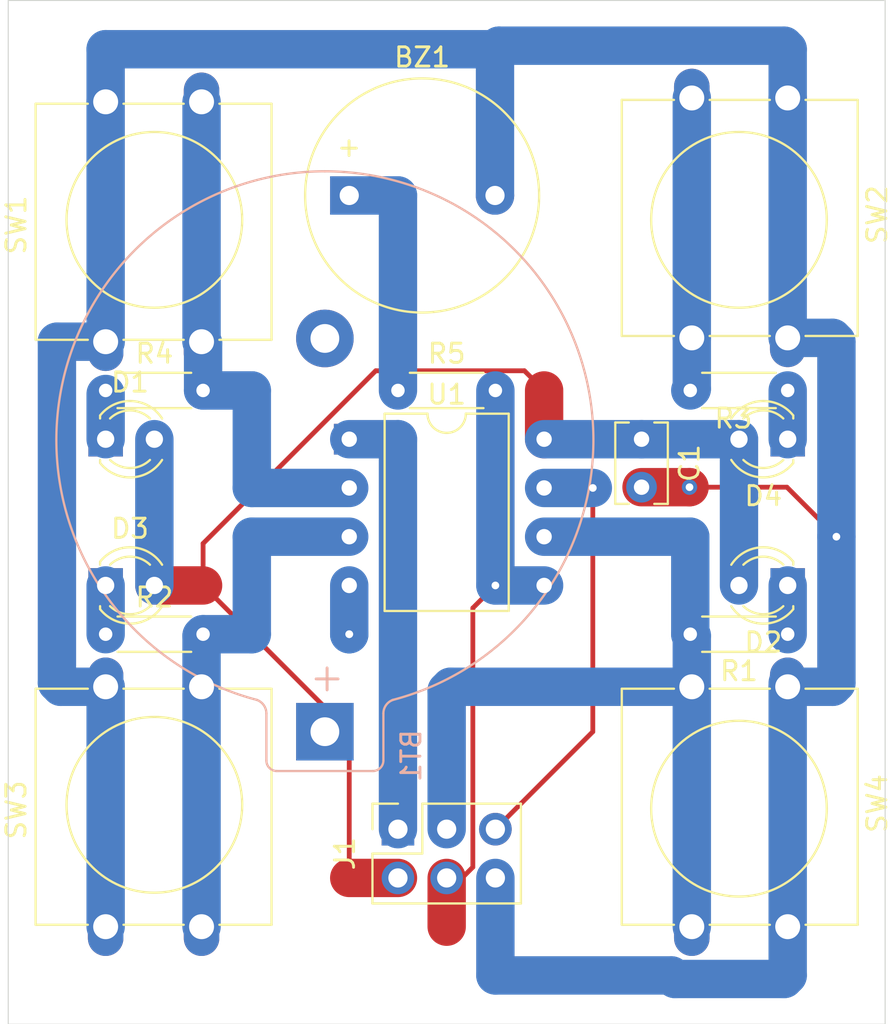
<source format=kicad_pcb>
(kicad_pcb (version 20171130) (host pcbnew 5.1.5)

  (general
    (thickness 1.6)
    (drawings 4)
    (tracks 96)
    (zones 0)
    (modules 18)
    (nets 15)
  )

  (page A4)
  (layers
    (0 F.Cu signal)
    (31 B.Cu signal)
    (32 B.Adhes user)
    (33 F.Adhes user)
    (34 B.Paste user)
    (35 F.Paste user)
    (36 B.SilkS user)
    (37 F.SilkS user)
    (38 B.Mask user)
    (39 F.Mask user)
    (40 Dwgs.User user)
    (41 Cmts.User user)
    (42 Eco1.User user)
    (43 Eco2.User user)
    (44 Edge.Cuts user)
    (45 Margin user)
    (46 B.CrtYd user)
    (47 F.CrtYd user)
    (48 B.Fab user)
    (49 F.Fab user)
  )

  (setup
    (last_trace_width 0.25)
    (user_trace_width 0.4)
    (user_trace_width 2)
    (trace_clearance 0.2)
    (zone_clearance 0.508)
    (zone_45_only no)
    (trace_min 0.2)
    (via_size 0.8)
    (via_drill 0.4)
    (via_min_size 0.4)
    (via_min_drill 0.3)
    (uvia_size 0.3)
    (uvia_drill 0.1)
    (uvias_allowed no)
    (uvia_min_size 0.2)
    (uvia_min_drill 0.1)
    (edge_width 0.05)
    (segment_width 0.2)
    (pcb_text_width 0.3)
    (pcb_text_size 1.5 1.5)
    (mod_edge_width 0.12)
    (mod_text_size 1 1)
    (mod_text_width 0.15)
    (pad_size 1.524 1.524)
    (pad_drill 0.762)
    (pad_to_mask_clearance 0.051)
    (solder_mask_min_width 0.25)
    (aux_axis_origin 0 0)
    (visible_elements FFFFFF7F)
    (pcbplotparams
      (layerselection 0x010fc_ffffffff)
      (usegerberextensions false)
      (usegerberattributes false)
      (usegerberadvancedattributes false)
      (creategerberjobfile false)
      (excludeedgelayer true)
      (linewidth 0.100000)
      (plotframeref false)
      (viasonmask false)
      (mode 1)
      (useauxorigin false)
      (hpglpennumber 1)
      (hpglpenspeed 20)
      (hpglpendiameter 15.000000)
      (psnegative false)
      (psa4output false)
      (plotreference true)
      (plotvalue true)
      (plotinvisibletext false)
      (padsonsilk false)
      (subtractmaskfromsilk false)
      (outputformat 1)
      (mirror false)
      (drillshape 1)
      (scaleselection 1)
      (outputdirectory ""))
  )

  (net 0 "")
  (net 1 GND)
  (net 2 "Net-(BZ1-Pad1)")
  (net 3 +3V3)
  (net 4 "Net-(D1-Pad1)")
  (net 5 "Net-(D2-Pad1)")
  (net 6 "Net-(D3-Pad1)")
  (net 7 "Net-(D4-Pad1)")
  (net 8 SCK)
  (net 9 MOSI)
  (net 10 MISO)
  (net 11 RST)
  (net 12 "Net-(R3-Pad2)")
  (net 13 "Net-(R4-Pad2)")
  (net 14 "Net-(R2-Pad2)")

  (net_class Default "Esta es la clase de red por defecto."
    (clearance 0.2)
    (trace_width 0.25)
    (via_dia 0.8)
    (via_drill 0.4)
    (uvia_dia 0.3)
    (uvia_drill 0.1)
    (add_net +3V3)
    (add_net GND)
    (add_net MISO)
    (add_net MOSI)
    (add_net "Net-(BZ1-Pad1)")
    (add_net "Net-(D1-Pad1)")
    (add_net "Net-(D2-Pad1)")
    (add_net "Net-(D3-Pad1)")
    (add_net "Net-(D4-Pad1)")
    (add_net "Net-(R2-Pad2)")
    (add_net "Net-(R3-Pad2)")
    (add_net "Net-(R4-Pad2)")
    (add_net RST)
    (add_net SCK)
  )

  (module Package_DIP:DIP-8_W10.16mm (layer F.Cu) (tedit 5A02E8C5) (tstamp 5E7586DE)
    (at 157.48 93.98)
    (descr "8-lead though-hole mounted DIP package, row spacing 10.16 mm (400 mils)")
    (tags "THT DIP DIL PDIP 2.54mm 10.16mm 400mil")
    (path /5E752140)
    (fp_text reference U1 (at 5.08 -2.33) (layer F.SilkS)
      (effects (font (size 1 1) (thickness 0.15)))
    )
    (fp_text value ATtiny85-20PU (at 5.08 9.95) (layer F.Fab)
      (effects (font (size 1 1) (thickness 0.15)))
    )
    (fp_text user %R (at 5.08 2.54) (layer F.Fab)
      (effects (font (size 1 1) (thickness 0.15)))
    )
    (fp_line (start 11.25 -1.55) (end -1.05 -1.55) (layer F.CrtYd) (width 0.05))
    (fp_line (start 11.25 9.15) (end 11.25 -1.55) (layer F.CrtYd) (width 0.05))
    (fp_line (start -1.05 9.15) (end 11.25 9.15) (layer F.CrtYd) (width 0.05))
    (fp_line (start -1.05 -1.55) (end -1.05 9.15) (layer F.CrtYd) (width 0.05))
    (fp_line (start 8.315 -1.33) (end 6.08 -1.33) (layer F.SilkS) (width 0.12))
    (fp_line (start 8.315 8.95) (end 8.315 -1.33) (layer F.SilkS) (width 0.12))
    (fp_line (start 1.845 8.95) (end 8.315 8.95) (layer F.SilkS) (width 0.12))
    (fp_line (start 1.845 -1.33) (end 1.845 8.95) (layer F.SilkS) (width 0.12))
    (fp_line (start 4.08 -1.33) (end 1.845 -1.33) (layer F.SilkS) (width 0.12))
    (fp_line (start 1.905 -0.27) (end 2.905 -1.27) (layer F.Fab) (width 0.1))
    (fp_line (start 1.905 8.89) (end 1.905 -0.27) (layer F.Fab) (width 0.1))
    (fp_line (start 8.255 8.89) (end 1.905 8.89) (layer F.Fab) (width 0.1))
    (fp_line (start 8.255 -1.27) (end 8.255 8.89) (layer F.Fab) (width 0.1))
    (fp_line (start 2.905 -1.27) (end 8.255 -1.27) (layer F.Fab) (width 0.1))
    (fp_arc (start 5.08 -1.33) (end 4.08 -1.33) (angle -180) (layer F.SilkS) (width 0.12))
    (pad 8 thru_hole oval (at 10.16 0) (size 1.6 1.6) (drill 0.8) (layers *.Cu *.Mask)
      (net 3 +3V3))
    (pad 4 thru_hole oval (at 0 7.62) (size 1.6 1.6) (drill 0.8) (layers *.Cu *.Mask)
      (net 1 GND))
    (pad 7 thru_hole oval (at 10.16 2.54) (size 1.6 1.6) (drill 0.8) (layers *.Cu *.Mask)
      (net 8 SCK))
    (pad 3 thru_hole oval (at 0 5.08) (size 1.6 1.6) (drill 0.8) (layers *.Cu *.Mask)
      (net 14 "Net-(R2-Pad2)"))
    (pad 6 thru_hole oval (at 10.16 5.08) (size 1.6 1.6) (drill 0.8) (layers *.Cu *.Mask)
      (net 10 MISO))
    (pad 2 thru_hole oval (at 0 2.54) (size 1.6 1.6) (drill 0.8) (layers *.Cu *.Mask)
      (net 13 "Net-(R4-Pad2)"))
    (pad 5 thru_hole oval (at 10.16 7.62) (size 1.6 1.6) (drill 0.8) (layers *.Cu *.Mask)
      (net 9 MOSI))
    (pad 1 thru_hole rect (at 0 0) (size 1.6 1.6) (drill 0.8) (layers *.Cu *.Mask)
      (net 11 RST))
    (model ${KISYS3DMOD}/Package_DIP.3dshapes/DIP-8_W10.16mm.wrl
      (at (xyz 0 0 0))
      (scale (xyz 1 1 1))
      (rotate (xyz 0 0 0))
    )
  )

  (module Button_Switch_THT:SW_PUSH-12mm (layer F.Cu) (tedit 5D160D14) (tstamp 5E7560F4)
    (at 180.34 106.88 270)
    (descr "SW PUSH 12mm https://www.e-switch.com/system/asset/product_line/data_sheet/143/TL1100.pdf")
    (tags "tact sw push 12mm")
    (path /5DD31ABB)
    (fp_text reference SW4 (at 6.08 -4.66 90) (layer F.SilkS)
      (effects (font (size 1 1) (thickness 0.15)))
    )
    (fp_text value SW_Push (at 6.62 9.93 90) (layer F.Fab)
      (effects (font (size 1 1) (thickness 0.15)))
    )
    (fp_line (start 12.4 -3.65) (end 12.4 -0.93) (layer F.SilkS) (width 0.12))
    (fp_line (start 12.4 5.93) (end 12.4 8.65) (layer F.SilkS) (width 0.12))
    (fp_line (start 0.1 4.07) (end 0.1 0.93) (layer F.SilkS) (width 0.12))
    (fp_line (start 0.1 8.65) (end 0.1 5.93) (layer F.SilkS) (width 0.12))
    (fp_line (start 0.25 -3.5) (end 0.25 8.5) (layer F.Fab) (width 0.1))
    (fp_circle (center 6.35 2.54) (end 10.16 5.08) (layer F.SilkS) (width 0.12))
    (fp_line (start 14.25 8.75) (end -1.77 8.75) (layer F.CrtYd) (width 0.05))
    (fp_line (start 14.25 8.75) (end 14.25 -3.75) (layer F.CrtYd) (width 0.05))
    (fp_line (start -1.77 -3.75) (end -1.77 8.75) (layer F.CrtYd) (width 0.05))
    (fp_line (start -1.77 -3.75) (end 14.25 -3.75) (layer F.CrtYd) (width 0.05))
    (fp_line (start 0.1 -0.93) (end 0.1 -3.65) (layer F.SilkS) (width 0.12))
    (fp_line (start 12.4 8.65) (end 0.1 8.65) (layer F.SilkS) (width 0.12))
    (fp_line (start 12.4 0.93) (end 12.4 4.07) (layer F.SilkS) (width 0.12))
    (fp_line (start 0.1 -3.65) (end 12.4 -3.65) (layer F.SilkS) (width 0.12))
    (fp_text user %R (at 6.35 2.54 90) (layer F.Fab)
      (effects (font (size 1 1) (thickness 0.15)))
    )
    (fp_line (start 12.25 -3.5) (end 12.25 8.5) (layer F.Fab) (width 0.1))
    (fp_line (start 0.25 -3.5) (end 12.25 -3.5) (layer F.Fab) (width 0.1))
    (fp_line (start 0.25 8.5) (end 12.25 8.5) (layer F.Fab) (width 0.1))
    (pad 2 thru_hole oval (at 0 5 270) (size 3.048 1.85) (drill 1.3) (layers *.Cu *.Mask)
      (net 10 MISO))
    (pad 1 thru_hole oval (at 0 0 270) (size 3.048 1.85) (drill 1.3) (layers *.Cu *.Mask)
      (net 1 GND))
    (pad 2 thru_hole oval (at 12.5 5 270) (size 3.048 1.85) (drill 1.3) (layers *.Cu *.Mask)
      (net 10 MISO))
    (pad 1 thru_hole oval (at 12.5 0 270) (size 3.048 1.85) (drill 1.3) (layers *.Cu *.Mask)
      (net 1 GND))
    (model ${KISYS3DMOD}/Button_Switch_THT.3dshapes/SW_PUSH-12mm.wrl
      (at (xyz 0 0 0))
      (scale (xyz 1 1 1))
      (rotate (xyz 0 0 0))
    )
  )

  (module Button_Switch_THT:SW_PUSH-12mm (layer F.Cu) (tedit 5D160D14) (tstamp 5E7560DA)
    (at 144.78 119.38 90)
    (descr "SW PUSH 12mm https://www.e-switch.com/system/asset/product_line/data_sheet/143/TL1100.pdf")
    (tags "tact sw push 12mm")
    (path /5DD319B8)
    (fp_text reference SW3 (at 6.08 -4.66 90) (layer F.SilkS)
      (effects (font (size 1 1) (thickness 0.15)))
    )
    (fp_text value SW_Push (at 6.62 9.93 90) (layer F.Fab)
      (effects (font (size 1 1) (thickness 0.15)))
    )
    (fp_line (start 12.4 -3.65) (end 12.4 -0.93) (layer F.SilkS) (width 0.12))
    (fp_line (start 12.4 5.93) (end 12.4 8.65) (layer F.SilkS) (width 0.12))
    (fp_line (start 0.1 4.07) (end 0.1 0.93) (layer F.SilkS) (width 0.12))
    (fp_line (start 0.1 8.65) (end 0.1 5.93) (layer F.SilkS) (width 0.12))
    (fp_line (start 0.25 -3.5) (end 0.25 8.5) (layer F.Fab) (width 0.1))
    (fp_circle (center 6.35 2.54) (end 10.16 5.08) (layer F.SilkS) (width 0.12))
    (fp_line (start 14.25 8.75) (end -1.77 8.75) (layer F.CrtYd) (width 0.05))
    (fp_line (start 14.25 8.75) (end 14.25 -3.75) (layer F.CrtYd) (width 0.05))
    (fp_line (start -1.77 -3.75) (end -1.77 8.75) (layer F.CrtYd) (width 0.05))
    (fp_line (start -1.77 -3.75) (end 14.25 -3.75) (layer F.CrtYd) (width 0.05))
    (fp_line (start 0.1 -0.93) (end 0.1 -3.65) (layer F.SilkS) (width 0.12))
    (fp_line (start 12.4 8.65) (end 0.1 8.65) (layer F.SilkS) (width 0.12))
    (fp_line (start 12.4 0.93) (end 12.4 4.07) (layer F.SilkS) (width 0.12))
    (fp_line (start 0.1 -3.65) (end 12.4 -3.65) (layer F.SilkS) (width 0.12))
    (fp_text user %R (at 6.32 -1.267839 90) (layer F.Fab)
      (effects (font (size 1 1) (thickness 0.15)))
    )
    (fp_line (start 12.25 -3.5) (end 12.25 8.5) (layer F.Fab) (width 0.1))
    (fp_line (start 0.25 -3.5) (end 12.25 -3.5) (layer F.Fab) (width 0.1))
    (fp_line (start 0.25 8.5) (end 12.25 8.5) (layer F.Fab) (width 0.1))
    (pad 2 thru_hole oval (at 0 5 90) (size 3.048 1.85) (drill 1.3) (layers *.Cu *.Mask)
      (net 14 "Net-(R2-Pad2)"))
    (pad 1 thru_hole oval (at 0 0 90) (size 3.048 1.85) (drill 1.3) (layers *.Cu *.Mask)
      (net 1 GND))
    (pad 2 thru_hole oval (at 12.5 5 90) (size 3.048 1.85) (drill 1.3) (layers *.Cu *.Mask)
      (net 14 "Net-(R2-Pad2)"))
    (pad 1 thru_hole oval (at 12.5 0 90) (size 3.048 1.85) (drill 1.3) (layers *.Cu *.Mask)
      (net 1 GND))
    (model ${KISYS3DMOD}/Button_Switch_THT.3dshapes/SW_PUSH-12mm.wrl
      (at (xyz 0 0 0))
      (scale (xyz 1 1 1))
      (rotate (xyz 0 0 0))
    )
  )

  (module Button_Switch_THT:SW_PUSH-12mm (layer F.Cu) (tedit 5D160D14) (tstamp 5E7560C0)
    (at 180.34 76.2 270)
    (descr "SW PUSH 12mm https://www.e-switch.com/system/asset/product_line/data_sheet/143/TL1100.pdf")
    (tags "tact sw push 12mm")
    (path /5DD318B1)
    (fp_text reference SW2 (at 6.08 -4.66 90) (layer F.SilkS)
      (effects (font (size 1 1) (thickness 0.15)))
    )
    (fp_text value SW_Push (at 6.62 9.93 90) (layer F.Fab)
      (effects (font (size 1 1) (thickness 0.15)))
    )
    (fp_line (start 12.4 -3.65) (end 12.4 -0.93) (layer F.SilkS) (width 0.12))
    (fp_line (start 12.4 5.93) (end 12.4 8.65) (layer F.SilkS) (width 0.12))
    (fp_line (start 0.1 4.07) (end 0.1 0.93) (layer F.SilkS) (width 0.12))
    (fp_line (start 0.1 8.65) (end 0.1 5.93) (layer F.SilkS) (width 0.12))
    (fp_line (start 0.25 -3.5) (end 0.25 8.5) (layer F.Fab) (width 0.1))
    (fp_circle (center 6.35 2.54) (end 10.16 5.08) (layer F.SilkS) (width 0.12))
    (fp_line (start 14.25 8.75) (end -1.77 8.75) (layer F.CrtYd) (width 0.05))
    (fp_line (start 14.25 8.75) (end 14.25 -3.75) (layer F.CrtYd) (width 0.05))
    (fp_line (start -1.77 -3.75) (end -1.77 8.75) (layer F.CrtYd) (width 0.05))
    (fp_line (start -1.77 -3.75) (end 14.25 -3.75) (layer F.CrtYd) (width 0.05))
    (fp_line (start 0.1 -0.93) (end 0.1 -3.65) (layer F.SilkS) (width 0.12))
    (fp_line (start 12.4 8.65) (end 0.1 8.65) (layer F.SilkS) (width 0.12))
    (fp_line (start 12.4 0.93) (end 12.4 4.07) (layer F.SilkS) (width 0.12))
    (fp_line (start 0.1 -3.65) (end 12.4 -3.65) (layer F.SilkS) (width 0.12))
    (fp_text user %R (at 5.08 3.81 90) (layer F.Fab)
      (effects (font (size 1 1) (thickness 0.15)))
    )
    (fp_line (start 12.25 -3.5) (end 12.25 8.5) (layer F.Fab) (width 0.1))
    (fp_line (start 0.25 -3.5) (end 12.25 -3.5) (layer F.Fab) (width 0.1))
    (fp_line (start 0.25 8.5) (end 12.25 8.5) (layer F.Fab) (width 0.1))
    (pad 2 thru_hole oval (at 0 5 270) (size 3.048 1.85) (drill 1.3) (layers *.Cu *.Mask)
      (net 12 "Net-(R3-Pad2)"))
    (pad 1 thru_hole oval (at 0 0 270) (size 3.048 1.85) (drill 1.3) (layers *.Cu *.Mask)
      (net 1 GND))
    (pad 2 thru_hole oval (at 12.5 5 270) (size 3.048 1.85) (drill 1.3) (layers *.Cu *.Mask)
      (net 12 "Net-(R3-Pad2)"))
    (pad 1 thru_hole oval (at 12.5 0 270) (size 3.048 1.85) (drill 1.3) (layers *.Cu *.Mask)
      (net 1 GND))
    (model ${KISYS3DMOD}/Button_Switch_THT.3dshapes/SW_PUSH-12mm.wrl
      (at (xyz 0 0 0))
      (scale (xyz 1 1 1))
      (rotate (xyz 0 0 0))
    )
  )

  (module Button_Switch_THT:SW_PUSH-12mm (layer F.Cu) (tedit 5D160D14) (tstamp 5E7560A6)
    (at 144.78 88.9 90)
    (descr "SW PUSH 12mm https://www.e-switch.com/system/asset/product_line/data_sheet/143/TL1100.pdf")
    (tags "tact sw push 12mm")
    (path /5DD30055)
    (fp_text reference SW1 (at 6.08 -4.66 90) (layer F.SilkS)
      (effects (font (size 1 1) (thickness 0.15)))
    )
    (fp_text value SW_Push (at 6.62 9.93 90) (layer F.Fab)
      (effects (font (size 1 1) (thickness 0.15)))
    )
    (fp_line (start 12.4 -3.65) (end 12.4 -0.93) (layer F.SilkS) (width 0.12))
    (fp_line (start 12.4 5.93) (end 12.4 8.65) (layer F.SilkS) (width 0.12))
    (fp_line (start 0.1 4.07) (end 0.1 0.93) (layer F.SilkS) (width 0.12))
    (fp_line (start 0.1 8.65) (end 0.1 5.93) (layer F.SilkS) (width 0.12))
    (fp_line (start 0.25 -3.5) (end 0.25 8.5) (layer F.Fab) (width 0.1))
    (fp_circle (center 6.35 2.54) (end 10.16 5.08) (layer F.SilkS) (width 0.12))
    (fp_line (start 14.25 8.75) (end -1.77 8.75) (layer F.CrtYd) (width 0.05))
    (fp_line (start 14.25 8.75) (end 14.25 -3.75) (layer F.CrtYd) (width 0.05))
    (fp_line (start -1.77 -3.75) (end -1.77 8.75) (layer F.CrtYd) (width 0.05))
    (fp_line (start -1.77 -3.75) (end 14.25 -3.75) (layer F.CrtYd) (width 0.05))
    (fp_line (start 0.1 -0.93) (end 0.1 -3.65) (layer F.SilkS) (width 0.12))
    (fp_line (start 12.4 8.65) (end 0.1 8.65) (layer F.SilkS) (width 0.12))
    (fp_line (start 12.4 0.93) (end 12.4 4.07) (layer F.SilkS) (width 0.12))
    (fp_line (start 0.1 -3.65) (end 12.4 -3.65) (layer F.SilkS) (width 0.12))
    (fp_text user %R (at 6.35 3.81 90) (layer F.Fab)
      (effects (font (size 1 1) (thickness 0.15)))
    )
    (fp_line (start 12.25 -3.5) (end 12.25 8.5) (layer F.Fab) (width 0.1))
    (fp_line (start 0.25 -3.5) (end 12.25 -3.5) (layer F.Fab) (width 0.1))
    (fp_line (start 0.25 8.5) (end 12.25 8.5) (layer F.Fab) (width 0.1))
    (pad 2 thru_hole oval (at 0 5 90) (size 3.048 1.85) (drill 1.3) (layers *.Cu *.Mask)
      (net 13 "Net-(R4-Pad2)"))
    (pad 1 thru_hole oval (at 0 0 90) (size 3.048 1.85) (drill 1.3) (layers *.Cu *.Mask)
      (net 1 GND))
    (pad 2 thru_hole oval (at 12.5 5 90) (size 3.048 1.85) (drill 1.3) (layers *.Cu *.Mask)
      (net 13 "Net-(R4-Pad2)"))
    (pad 1 thru_hole oval (at 12.5 0 90) (size 3.048 1.85) (drill 1.3) (layers *.Cu *.Mask)
      (net 1 GND))
    (model ${KISYS3DMOD}/Button_Switch_THT.3dshapes/SW_PUSH-12mm.wrl
      (at (xyz 0 0 0))
      (scale (xyz 1 1 1))
      (rotate (xyz 0 0 0))
    )
  )

  (module Resistor_THT:R_Axial_DIN0204_L3.6mm_D1.6mm_P5.08mm_Horizontal (layer F.Cu) (tedit 5AE5139B) (tstamp 5E75608C)
    (at 160.02 91.44)
    (descr "Resistor, Axial_DIN0204 series, Axial, Horizontal, pin pitch=5.08mm, 0.167W, length*diameter=3.6*1.6mm^2, http://cdn-reichelt.de/documents/datenblatt/B400/1_4W%23YAG.pdf")
    (tags "Resistor Axial_DIN0204 series Axial Horizontal pin pitch 5.08mm 0.167W length 3.6mm diameter 1.6mm")
    (path /5DE3B0A7)
    (fp_text reference R5 (at 2.54 -1.92) (layer F.SilkS)
      (effects (font (size 1 1) (thickness 0.15)))
    )
    (fp_text value R (at 2.54 1.92) (layer F.Fab)
      (effects (font (size 1 1) (thickness 0.15)))
    )
    (fp_text user %R (at 2.54 0) (layer F.Fab)
      (effects (font (size 0.72 0.72) (thickness 0.108)))
    )
    (fp_line (start 6.03 -1.05) (end -0.95 -1.05) (layer F.CrtYd) (width 0.05))
    (fp_line (start 6.03 1.05) (end 6.03 -1.05) (layer F.CrtYd) (width 0.05))
    (fp_line (start -0.95 1.05) (end 6.03 1.05) (layer F.CrtYd) (width 0.05))
    (fp_line (start -0.95 -1.05) (end -0.95 1.05) (layer F.CrtYd) (width 0.05))
    (fp_line (start 0.62 0.92) (end 4.46 0.92) (layer F.SilkS) (width 0.12))
    (fp_line (start 0.62 -0.92) (end 4.46 -0.92) (layer F.SilkS) (width 0.12))
    (fp_line (start 5.08 0) (end 4.34 0) (layer F.Fab) (width 0.1))
    (fp_line (start 0 0) (end 0.74 0) (layer F.Fab) (width 0.1))
    (fp_line (start 4.34 -0.8) (end 0.74 -0.8) (layer F.Fab) (width 0.1))
    (fp_line (start 4.34 0.8) (end 4.34 -0.8) (layer F.Fab) (width 0.1))
    (fp_line (start 0.74 0.8) (end 4.34 0.8) (layer F.Fab) (width 0.1))
    (fp_line (start 0.74 -0.8) (end 0.74 0.8) (layer F.Fab) (width 0.1))
    (pad 2 thru_hole oval (at 5.08 0) (size 1.4 1.4) (drill 0.7) (layers *.Cu *.Mask)
      (net 9 MOSI))
    (pad 1 thru_hole circle (at 0 0) (size 1.4 1.4) (drill 0.7) (layers *.Cu *.Mask)
      (net 2 "Net-(BZ1-Pad1)"))
    (model ${KISYS3DMOD}/Resistor_THT.3dshapes/R_Axial_DIN0204_L3.6mm_D1.6mm_P5.08mm_Horizontal.wrl
      (at (xyz 0 0 0))
      (scale (xyz 1 1 1))
      (rotate (xyz 0 0 0))
    )
  )

  (module Resistor_THT:R_Axial_DIN0204_L3.6mm_D1.6mm_P5.08mm_Horizontal (layer F.Cu) (tedit 5AE5139B) (tstamp 5E756079)
    (at 144.78 91.44)
    (descr "Resistor, Axial_DIN0204 series, Axial, Horizontal, pin pitch=5.08mm, 0.167W, length*diameter=3.6*1.6mm^2, http://cdn-reichelt.de/documents/datenblatt/B400/1_4W%23YAG.pdf")
    (tags "Resistor Axial_DIN0204 series Axial Horizontal pin pitch 5.08mm 0.167W length 3.6mm diameter 1.6mm")
    (path /5DD716B0)
    (fp_text reference R4 (at 2.54 -1.92) (layer F.SilkS)
      (effects (font (size 1 1) (thickness 0.15)))
    )
    (fp_text value R (at 2.54 1.92) (layer F.Fab)
      (effects (font (size 1 1) (thickness 0.15)))
    )
    (fp_text user %R (at 3.19 0) (layer F.Fab)
      (effects (font (size 0.72 0.72) (thickness 0.108)))
    )
    (fp_line (start 6.03 -1.05) (end -0.95 -1.05) (layer F.CrtYd) (width 0.05))
    (fp_line (start 6.03 1.05) (end 6.03 -1.05) (layer F.CrtYd) (width 0.05))
    (fp_line (start -0.95 1.05) (end 6.03 1.05) (layer F.CrtYd) (width 0.05))
    (fp_line (start -0.95 -1.05) (end -0.95 1.05) (layer F.CrtYd) (width 0.05))
    (fp_line (start 0.62 0.92) (end 4.46 0.92) (layer F.SilkS) (width 0.12))
    (fp_line (start 0.62 -0.92) (end 4.46 -0.92) (layer F.SilkS) (width 0.12))
    (fp_line (start 5.08 0) (end 4.34 0) (layer F.Fab) (width 0.1))
    (fp_line (start 0 0) (end 0.74 0) (layer F.Fab) (width 0.1))
    (fp_line (start 4.34 -0.8) (end 0.74 -0.8) (layer F.Fab) (width 0.1))
    (fp_line (start 4.34 0.8) (end 4.34 -0.8) (layer F.Fab) (width 0.1))
    (fp_line (start 0.74 0.8) (end 4.34 0.8) (layer F.Fab) (width 0.1))
    (fp_line (start 0.74 -0.8) (end 0.74 0.8) (layer F.Fab) (width 0.1))
    (pad 2 thru_hole oval (at 5.08 0) (size 1.4 1.4) (drill 0.7) (layers *.Cu *.Mask)
      (net 13 "Net-(R4-Pad2)"))
    (pad 1 thru_hole circle (at 0 0) (size 1.4 1.4) (drill 0.7) (layers *.Cu *.Mask)
      (net 4 "Net-(D1-Pad1)"))
    (model ${KISYS3DMOD}/Resistor_THT.3dshapes/R_Axial_DIN0204_L3.6mm_D1.6mm_P5.08mm_Horizontal.wrl
      (at (xyz 0 0 0))
      (scale (xyz 1 1 1))
      (rotate (xyz 0 0 0))
    )
  )

  (module Resistor_THT:R_Axial_DIN0204_L3.6mm_D1.6mm_P5.08mm_Horizontal (layer F.Cu) (tedit 5AE5139B) (tstamp 5E756066)
    (at 180.34 91.44 180)
    (descr "Resistor, Axial_DIN0204 series, Axial, Horizontal, pin pitch=5.08mm, 0.167W, length*diameter=3.6*1.6mm^2, http://cdn-reichelt.de/documents/datenblatt/B400/1_4W%23YAG.pdf")
    (tags "Resistor Axial_DIN0204 series Axial Horizontal pin pitch 5.08mm 0.167W length 3.6mm diameter 1.6mm")
    (path /5DD7148F)
    (fp_text reference R3 (at 2.83 -1.46) (layer F.SilkS)
      (effects (font (size 1 1) (thickness 0.15)))
    )
    (fp_text value R (at 2.54 1.92) (layer F.Fab)
      (effects (font (size 1 1) (thickness 0.15)))
    )
    (fp_text user %R (at 2.54 0) (layer F.Fab)
      (effects (font (size 0.72 0.72) (thickness 0.108)))
    )
    (fp_line (start 6.03 -1.05) (end -0.95 -1.05) (layer F.CrtYd) (width 0.05))
    (fp_line (start 6.03 1.05) (end 6.03 -1.05) (layer F.CrtYd) (width 0.05))
    (fp_line (start -0.95 1.05) (end 6.03 1.05) (layer F.CrtYd) (width 0.05))
    (fp_line (start -0.95 -1.05) (end -0.95 1.05) (layer F.CrtYd) (width 0.05))
    (fp_line (start 0.62 0.92) (end 4.46 0.92) (layer F.SilkS) (width 0.12))
    (fp_line (start 0.62 -0.92) (end 4.46 -0.92) (layer F.SilkS) (width 0.12))
    (fp_line (start 5.08 0) (end 4.34 0) (layer F.Fab) (width 0.1))
    (fp_line (start 0 0) (end 0.74 0) (layer F.Fab) (width 0.1))
    (fp_line (start 4.34 -0.8) (end 0.74 -0.8) (layer F.Fab) (width 0.1))
    (fp_line (start 4.34 0.8) (end 4.34 -0.8) (layer F.Fab) (width 0.1))
    (fp_line (start 0.74 0.8) (end 4.34 0.8) (layer F.Fab) (width 0.1))
    (fp_line (start 0.74 -0.8) (end 0.74 0.8) (layer F.Fab) (width 0.1))
    (pad 2 thru_hole oval (at 5.08 0 180) (size 1.4 1.4) (drill 0.7) (layers *.Cu *.Mask)
      (net 12 "Net-(R3-Pad2)"))
    (pad 1 thru_hole circle (at 0 0 180) (size 1.4 1.4) (drill 0.7) (layers *.Cu *.Mask)
      (net 7 "Net-(D4-Pad1)"))
    (model ${KISYS3DMOD}/Resistor_THT.3dshapes/R_Axial_DIN0204_L3.6mm_D1.6mm_P5.08mm_Horizontal.wrl
      (at (xyz 0 0 0))
      (scale (xyz 1 1 1))
      (rotate (xyz 0 0 0))
    )
  )

  (module Resistor_THT:R_Axial_DIN0204_L3.6mm_D1.6mm_P5.08mm_Horizontal (layer F.Cu) (tedit 5AE5139B) (tstamp 5E756053)
    (at 144.78 104.14)
    (descr "Resistor, Axial_DIN0204 series, Axial, Horizontal, pin pitch=5.08mm, 0.167W, length*diameter=3.6*1.6mm^2, http://cdn-reichelt.de/documents/datenblatt/B400/1_4W%23YAG.pdf")
    (tags "Resistor Axial_DIN0204 series Axial Horizontal pin pitch 5.08mm 0.167W length 3.6mm diameter 1.6mm")
    (path /5DD712BE)
    (fp_text reference R2 (at 2.54 -1.92) (layer F.SilkS)
      (effects (font (size 1 1) (thickness 0.15)))
    )
    (fp_text value R (at 2.54 1.92) (layer F.Fab)
      (effects (font (size 1 1) (thickness 0.15)))
    )
    (fp_text user %R (at 2.78 0.602161) (layer F.Fab)
      (effects (font (size 0.72 0.72) (thickness 0.108)))
    )
    (fp_line (start 6.03 -1.05) (end -0.95 -1.05) (layer F.CrtYd) (width 0.05))
    (fp_line (start 6.03 1.05) (end 6.03 -1.05) (layer F.CrtYd) (width 0.05))
    (fp_line (start -0.95 1.05) (end 6.03 1.05) (layer F.CrtYd) (width 0.05))
    (fp_line (start -0.95 -1.05) (end -0.95 1.05) (layer F.CrtYd) (width 0.05))
    (fp_line (start 0.62 0.92) (end 4.46 0.92) (layer F.SilkS) (width 0.12))
    (fp_line (start 0.62 -0.92) (end 4.46 -0.92) (layer F.SilkS) (width 0.12))
    (fp_line (start 5.08 0) (end 4.34 0) (layer F.Fab) (width 0.1))
    (fp_line (start 0 0) (end 0.74 0) (layer F.Fab) (width 0.1))
    (fp_line (start 4.34 -0.8) (end 0.74 -0.8) (layer F.Fab) (width 0.1))
    (fp_line (start 4.34 0.8) (end 4.34 -0.8) (layer F.Fab) (width 0.1))
    (fp_line (start 0.74 0.8) (end 4.34 0.8) (layer F.Fab) (width 0.1))
    (fp_line (start 0.74 -0.8) (end 0.74 0.8) (layer F.Fab) (width 0.1))
    (pad 2 thru_hole oval (at 5.08 0) (size 1.4 1.4) (drill 0.7) (layers *.Cu *.Mask)
      (net 14 "Net-(R2-Pad2)"))
    (pad 1 thru_hole circle (at 0 0) (size 1.4 1.4) (drill 0.7) (layers *.Cu *.Mask)
      (net 6 "Net-(D3-Pad1)"))
    (model ${KISYS3DMOD}/Resistor_THT.3dshapes/R_Axial_DIN0204_L3.6mm_D1.6mm_P5.08mm_Horizontal.wrl
      (at (xyz 0 0 0))
      (scale (xyz 1 1 1))
      (rotate (xyz 0 0 0))
    )
  )

  (module Resistor_THT:R_Axial_DIN0204_L3.6mm_D1.6mm_P5.08mm_Horizontal (layer F.Cu) (tedit 5AE5139B) (tstamp 5E757299)
    (at 180.34 104.14 180)
    (descr "Resistor, Axial_DIN0204 series, Axial, Horizontal, pin pitch=5.08mm, 0.167W, length*diameter=3.6*1.6mm^2, http://cdn-reichelt.de/documents/datenblatt/B400/1_4W%23YAG.pdf")
    (tags "Resistor Axial_DIN0204 series Axial Horizontal pin pitch 5.08mm 0.167W length 3.6mm diameter 1.6mm")
    (path /5DD6EDA4)
    (fp_text reference R1 (at 2.54 -1.92) (layer F.SilkS)
      (effects (font (size 1 1) (thickness 0.15)))
    )
    (fp_text value R (at 2.54 1.92) (layer F.Fab)
      (effects (font (size 1 1) (thickness 0.15)))
    )
    (fp_text user %R (at 2.54 0) (layer F.Fab)
      (effects (font (size 0.72 0.72) (thickness 0.108)))
    )
    (fp_line (start 6.03 -1.05) (end -0.95 -1.05) (layer F.CrtYd) (width 0.05))
    (fp_line (start 6.03 1.05) (end 6.03 -1.05) (layer F.CrtYd) (width 0.05))
    (fp_line (start -0.95 1.05) (end 6.03 1.05) (layer F.CrtYd) (width 0.05))
    (fp_line (start -0.95 -1.05) (end -0.95 1.05) (layer F.CrtYd) (width 0.05))
    (fp_line (start 0.62 0.92) (end 4.46 0.92) (layer F.SilkS) (width 0.12))
    (fp_line (start 0.62 -0.92) (end 4.46 -0.92) (layer F.SilkS) (width 0.12))
    (fp_line (start 5.08 0) (end 4.34 0) (layer F.Fab) (width 0.1))
    (fp_line (start 0 0) (end 0.74 0) (layer F.Fab) (width 0.1))
    (fp_line (start 4.34 -0.8) (end 0.74 -0.8) (layer F.Fab) (width 0.1))
    (fp_line (start 4.34 0.8) (end 4.34 -0.8) (layer F.Fab) (width 0.1))
    (fp_line (start 0.74 0.8) (end 4.34 0.8) (layer F.Fab) (width 0.1))
    (fp_line (start 0.74 -0.8) (end 0.74 0.8) (layer F.Fab) (width 0.1))
    (pad 2 thru_hole oval (at 5.08 0 180) (size 1.4 1.4) (drill 0.7) (layers *.Cu *.Mask)
      (net 10 MISO))
    (pad 1 thru_hole circle (at 0 0 180) (size 1.4 1.4) (drill 0.7) (layers *.Cu *.Mask)
      (net 5 "Net-(D2-Pad1)"))
    (model ${KISYS3DMOD}/Resistor_THT.3dshapes/R_Axial_DIN0204_L3.6mm_D1.6mm_P5.08mm_Horizontal.wrl
      (at (xyz 0 0 0))
      (scale (xyz 1 1 1))
      (rotate (xyz 0 0 0))
    )
  )

  (module Connector_PinSocket_2.54mm:PinSocket_2x03_P2.54mm_Vertical (layer F.Cu) (tedit 5A19A425) (tstamp 5E757080)
    (at 160.02 114.3 90)
    (descr "Through hole straight socket strip, 2x03, 2.54mm pitch, double cols (from Kicad 4.0.7), script generated")
    (tags "Through hole socket strip THT 2x03 2.54mm double row")
    (path /5E164842)
    (fp_text reference J1 (at -1.27 -2.77 90) (layer F.SilkS)
      (effects (font (size 1 1) (thickness 0.15)))
    )
    (fp_text value AVR-ISP-6 (at -1.27 7.85 90) (layer F.Fab)
      (effects (font (size 1 1) (thickness 0.15)))
    )
    (fp_text user %R (at -1.27 2.54) (layer F.Fab)
      (effects (font (size 1 1) (thickness 0.15)))
    )
    (fp_line (start -4.34 6.85) (end -4.34 -1.8) (layer F.CrtYd) (width 0.05))
    (fp_line (start 1.76 6.85) (end -4.34 6.85) (layer F.CrtYd) (width 0.05))
    (fp_line (start 1.76 -1.8) (end 1.76 6.85) (layer F.CrtYd) (width 0.05))
    (fp_line (start -4.34 -1.8) (end 1.76 -1.8) (layer F.CrtYd) (width 0.05))
    (fp_line (start 0 -1.33) (end 1.33 -1.33) (layer F.SilkS) (width 0.12))
    (fp_line (start 1.33 -1.33) (end 1.33 0) (layer F.SilkS) (width 0.12))
    (fp_line (start -1.27 -1.33) (end -1.27 1.27) (layer F.SilkS) (width 0.12))
    (fp_line (start -1.27 1.27) (end 1.33 1.27) (layer F.SilkS) (width 0.12))
    (fp_line (start 1.33 1.27) (end 1.33 6.41) (layer F.SilkS) (width 0.12))
    (fp_line (start -3.87 6.41) (end 1.33 6.41) (layer F.SilkS) (width 0.12))
    (fp_line (start -3.87 -1.33) (end -3.87 6.41) (layer F.SilkS) (width 0.12))
    (fp_line (start -3.87 -1.33) (end -1.27 -1.33) (layer F.SilkS) (width 0.12))
    (fp_line (start -3.81 6.35) (end -3.81 -1.27) (layer F.Fab) (width 0.1))
    (fp_line (start 1.27 6.35) (end -3.81 6.35) (layer F.Fab) (width 0.1))
    (fp_line (start 1.27 -0.27) (end 1.27 6.35) (layer F.Fab) (width 0.1))
    (fp_line (start 0.27 -1.27) (end 1.27 -0.27) (layer F.Fab) (width 0.1))
    (fp_line (start -3.81 -1.27) (end 0.27 -1.27) (layer F.Fab) (width 0.1))
    (pad 6 thru_hole oval (at -2.54 5.08 90) (size 1.7 1.7) (drill 1) (layers *.Cu *.Mask)
      (net 1 GND))
    (pad 5 thru_hole oval (at 0 5.08 90) (size 1.7 1.7) (drill 1) (layers *.Cu *.Mask)
      (net 8 SCK))
    (pad 4 thru_hole oval (at -2.54 2.54 90) (size 1.7 1.7) (drill 1) (layers *.Cu *.Mask)
      (net 9 MOSI))
    (pad 3 thru_hole oval (at 0 2.54 90) (size 1.7 1.7) (drill 1) (layers *.Cu *.Mask)
      (net 10 MISO))
    (pad 2 thru_hole oval (at -2.54 0 90) (size 1.7 1.7) (drill 1) (layers *.Cu *.Mask)
      (net 3 +3V3))
    (pad 1 thru_hole rect (at 0 0 90) (size 1.7 1.7) (drill 1) (layers *.Cu *.Mask)
      (net 11 RST))
    (model ${KISYS3DMOD}/Connector_PinSocket_2.54mm.3dshapes/PinSocket_2x03_P2.54mm_Vertical.wrl
      (at (xyz 0 0 0))
      (scale (xyz 1 1 1))
      (rotate (xyz 0 0 0))
    )
  )

  (module LED_THT:LED_D3.0mm (layer F.Cu) (tedit 587A3A7B) (tstamp 5E756011)
    (at 180.34 93.98 180)
    (descr "LED, diameter 3.0mm, 2 pins")
    (tags "LED diameter 3.0mm 2 pins")
    (path /5DD3C917)
    (fp_text reference D4 (at 1.27 -2.96) (layer F.SilkS)
      (effects (font (size 1 1) (thickness 0.15)))
    )
    (fp_text value LED (at 1.27 2.96) (layer F.Fab)
      (effects (font (size 1 1) (thickness 0.15)))
    )
    (fp_line (start 3.7 -2.25) (end -1.15 -2.25) (layer F.CrtYd) (width 0.05))
    (fp_line (start 3.7 2.25) (end 3.7 -2.25) (layer F.CrtYd) (width 0.05))
    (fp_line (start -1.15 2.25) (end 3.7 2.25) (layer F.CrtYd) (width 0.05))
    (fp_line (start -1.15 -2.25) (end -1.15 2.25) (layer F.CrtYd) (width 0.05))
    (fp_line (start -0.29 1.08) (end -0.29 1.236) (layer F.SilkS) (width 0.12))
    (fp_line (start -0.29 -1.236) (end -0.29 -1.08) (layer F.SilkS) (width 0.12))
    (fp_line (start -0.23 -1.16619) (end -0.23 1.16619) (layer F.Fab) (width 0.1))
    (fp_circle (center 1.27 0) (end 2.77 0) (layer F.Fab) (width 0.1))
    (fp_arc (start 1.27 0) (end 0.229039 1.08) (angle -87.9) (layer F.SilkS) (width 0.12))
    (fp_arc (start 1.27 0) (end 0.229039 -1.08) (angle 87.9) (layer F.SilkS) (width 0.12))
    (fp_arc (start 1.27 0) (end -0.29 1.235516) (angle -108.8) (layer F.SilkS) (width 0.12))
    (fp_arc (start 1.27 0) (end -0.29 -1.235516) (angle 108.8) (layer F.SilkS) (width 0.12))
    (fp_arc (start 1.27 0) (end -0.23 -1.16619) (angle 284.3) (layer F.Fab) (width 0.1))
    (pad 2 thru_hole circle (at 2.54 0 180) (size 1.8 1.8) (drill 0.9) (layers *.Cu *.Mask)
      (net 3 +3V3))
    (pad 1 thru_hole rect (at 0 0 180) (size 1.8 1.8) (drill 0.9) (layers *.Cu *.Mask)
      (net 7 "Net-(D4-Pad1)"))
    (model ${KISYS3DMOD}/LED_THT.3dshapes/LED_D3.0mm.wrl
      (at (xyz 0 0 0))
      (scale (xyz 1 1 1))
      (rotate (xyz 0 0 0))
    )
  )

  (module LED_THT:LED_D3.0mm (layer F.Cu) (tedit 587A3A7B) (tstamp 5E755FFE)
    (at 144.78 101.6)
    (descr "LED, diameter 3.0mm, 2 pins")
    (tags "LED diameter 3.0mm 2 pins")
    (path /5DD3C83F)
    (fp_text reference D3 (at 1.27 -2.96) (layer F.SilkS)
      (effects (font (size 1 1) (thickness 0.15)))
    )
    (fp_text value LED (at 1.27 2.96) (layer F.Fab)
      (effects (font (size 1 1) (thickness 0.15)))
    )
    (fp_line (start 3.7 -2.25) (end -1.15 -2.25) (layer F.CrtYd) (width 0.05))
    (fp_line (start 3.7 2.25) (end 3.7 -2.25) (layer F.CrtYd) (width 0.05))
    (fp_line (start -1.15 2.25) (end 3.7 2.25) (layer F.CrtYd) (width 0.05))
    (fp_line (start -1.15 -2.25) (end -1.15 2.25) (layer F.CrtYd) (width 0.05))
    (fp_line (start -0.29 1.08) (end -0.29 1.236) (layer F.SilkS) (width 0.12))
    (fp_line (start -0.29 -1.236) (end -0.29 -1.08) (layer F.SilkS) (width 0.12))
    (fp_line (start -0.23 -1.16619) (end -0.23 1.16619) (layer F.Fab) (width 0.1))
    (fp_circle (center 1.27 0) (end 2.77 0) (layer F.Fab) (width 0.1))
    (fp_arc (start 1.27 0) (end 0.229039 1.08) (angle -87.9) (layer F.SilkS) (width 0.12))
    (fp_arc (start 1.27 0) (end 0.229039 -1.08) (angle 87.9) (layer F.SilkS) (width 0.12))
    (fp_arc (start 1.27 0) (end -0.29 1.235516) (angle -108.8) (layer F.SilkS) (width 0.12))
    (fp_arc (start 1.27 0) (end -0.29 -1.235516) (angle 108.8) (layer F.SilkS) (width 0.12))
    (fp_arc (start 1.27 0) (end -0.23 -1.16619) (angle 284.3) (layer F.Fab) (width 0.1))
    (pad 2 thru_hole circle (at 2.54 0) (size 1.8 1.8) (drill 0.9) (layers *.Cu *.Mask)
      (net 3 +3V3))
    (pad 1 thru_hole rect (at 0 0) (size 1.8 1.8) (drill 0.9) (layers *.Cu *.Mask)
      (net 6 "Net-(D3-Pad1)"))
    (model ${KISYS3DMOD}/LED_THT.3dshapes/LED_D3.0mm.wrl
      (at (xyz 0 0 0))
      (scale (xyz 1 1 1))
      (rotate (xyz 0 0 0))
    )
  )

  (module LED_THT:LED_D3.0mm (layer F.Cu) (tedit 587A3A7B) (tstamp 5E755FEB)
    (at 180.34 101.6 180)
    (descr "LED, diameter 3.0mm, 2 pins")
    (tags "LED diameter 3.0mm 2 pins")
    (path /5DD3C77B)
    (fp_text reference D2 (at 1.27 -2.96) (layer F.SilkS)
      (effects (font (size 1 1) (thickness 0.15)))
    )
    (fp_text value LED (at 5.08 0) (layer F.Fab)
      (effects (font (size 1 1) (thickness 0.15)))
    )
    (fp_line (start 3.7 -2.25) (end -1.15 -2.25) (layer F.CrtYd) (width 0.05))
    (fp_line (start 3.7 2.25) (end 3.7 -2.25) (layer F.CrtYd) (width 0.05))
    (fp_line (start -1.15 2.25) (end 3.7 2.25) (layer F.CrtYd) (width 0.05))
    (fp_line (start -1.15 -2.25) (end -1.15 2.25) (layer F.CrtYd) (width 0.05))
    (fp_line (start -0.29 1.08) (end -0.29 1.236) (layer F.SilkS) (width 0.12))
    (fp_line (start -0.29 -1.236) (end -0.29 -1.08) (layer F.SilkS) (width 0.12))
    (fp_line (start -0.23 -1.16619) (end -0.23 1.16619) (layer F.Fab) (width 0.1))
    (fp_circle (center 1.27 0) (end 2.77 0) (layer F.Fab) (width 0.1))
    (fp_arc (start 1.27 0) (end 0.229039 1.08) (angle -87.9) (layer F.SilkS) (width 0.12))
    (fp_arc (start 1.27 0) (end 0.229039 -1.08) (angle 87.9) (layer F.SilkS) (width 0.12))
    (fp_arc (start 1.27 0) (end -0.29 1.235516) (angle -108.8) (layer F.SilkS) (width 0.12))
    (fp_arc (start 1.27 0) (end -0.29 -1.235516) (angle 108.8) (layer F.SilkS) (width 0.12))
    (fp_arc (start 1.27 0) (end -0.23 -1.16619) (angle 284.3) (layer F.Fab) (width 0.1))
    (pad 2 thru_hole circle (at 2.54 0 180) (size 1.8 1.8) (drill 0.9) (layers *.Cu *.Mask)
      (net 3 +3V3))
    (pad 1 thru_hole rect (at 0 0 180) (size 1.8 1.8) (drill 0.9) (layers *.Cu *.Mask)
      (net 5 "Net-(D2-Pad1)"))
    (model ${KISYS3DMOD}/LED_THT.3dshapes/LED_D3.0mm.wrl
      (at (xyz 0 0 0))
      (scale (xyz 1 1 1))
      (rotate (xyz 0 0 0))
    )
  )

  (module LED_THT:LED_D3.0mm (layer F.Cu) (tedit 587A3A7B) (tstamp 5E755FD8)
    (at 144.78 93.98)
    (descr "LED, diameter 3.0mm, 2 pins")
    (tags "LED diameter 3.0mm 2 pins")
    (path /5DD3B50D)
    (fp_text reference D1 (at 1.27 -2.96) (layer F.SilkS)
      (effects (font (size 1 1) (thickness 0.15)))
    )
    (fp_text value LED (at 1.27 2.96) (layer F.Fab)
      (effects (font (size 1 1) (thickness 0.15)))
    )
    (fp_line (start 3.7 -2.25) (end -1.15 -2.25) (layer F.CrtYd) (width 0.05))
    (fp_line (start 3.7 2.25) (end 3.7 -2.25) (layer F.CrtYd) (width 0.05))
    (fp_line (start -1.15 2.25) (end 3.7 2.25) (layer F.CrtYd) (width 0.05))
    (fp_line (start -1.15 -2.25) (end -1.15 2.25) (layer F.CrtYd) (width 0.05))
    (fp_line (start -0.29 1.08) (end -0.29 1.236) (layer F.SilkS) (width 0.12))
    (fp_line (start -0.29 -1.236) (end -0.29 -1.08) (layer F.SilkS) (width 0.12))
    (fp_line (start -0.23 -1.16619) (end -0.23 1.16619) (layer F.Fab) (width 0.1))
    (fp_circle (center 1.27 0) (end 2.77 0) (layer F.Fab) (width 0.1))
    (fp_arc (start 1.27 0) (end 0.229039 1.08) (angle -87.9) (layer F.SilkS) (width 0.12))
    (fp_arc (start 1.27 0) (end 0.229039 -1.08) (angle 87.9) (layer F.SilkS) (width 0.12))
    (fp_arc (start 1.27 0) (end -0.29 1.235516) (angle -108.8) (layer F.SilkS) (width 0.12))
    (fp_arc (start 1.27 0) (end -0.29 -1.235516) (angle 108.8) (layer F.SilkS) (width 0.12))
    (fp_arc (start 1.27 0) (end -0.23 -1.16619) (angle 284.3) (layer F.Fab) (width 0.1))
    (pad 2 thru_hole circle (at 2.54 0) (size 1.8 1.8) (drill 0.9) (layers *.Cu *.Mask)
      (net 3 +3V3))
    (pad 1 thru_hole rect (at 0 0) (size 1.8 1.8) (drill 0.9) (layers *.Cu *.Mask)
      (net 4 "Net-(D1-Pad1)"))
    (model ${KISYS3DMOD}/LED_THT.3dshapes/LED_D3.0mm.wrl
      (at (xyz 0 0 0))
      (scale (xyz 1 1 1))
      (rotate (xyz 0 0 0))
    )
  )

  (module Capacitor_THT:C_Rect_L4.0mm_W2.5mm_P2.50mm (layer F.Cu) (tedit 5AE50EF0) (tstamp 5E755FC5)
    (at 172.72 93.98 270)
    (descr "C, Rect series, Radial, pin pitch=2.50mm, , length*width=4*2.5mm^2, Capacitor")
    (tags "C Rect series Radial pin pitch 2.50mm  length 4mm width 2.5mm Capacitor")
    (path /5DD84A38)
    (fp_text reference C1 (at 1.25 -2.5 90) (layer F.SilkS)
      (effects (font (size 1 1) (thickness 0.15)))
    )
    (fp_text value C (at 1.25 2.5 90) (layer F.Fab)
      (effects (font (size 1 1) (thickness 0.15)))
    )
    (fp_text user %R (at 1.25 -1.877839 90) (layer F.Fab)
      (effects (font (size 0.8 0.8) (thickness 0.12)))
    )
    (fp_line (start 3.55 -1.5) (end -1.05 -1.5) (layer F.CrtYd) (width 0.05))
    (fp_line (start 3.55 1.5) (end 3.55 -1.5) (layer F.CrtYd) (width 0.05))
    (fp_line (start -1.05 1.5) (end 3.55 1.5) (layer F.CrtYd) (width 0.05))
    (fp_line (start -1.05 -1.5) (end -1.05 1.5) (layer F.CrtYd) (width 0.05))
    (fp_line (start 3.37 0.665) (end 3.37 1.37) (layer F.SilkS) (width 0.12))
    (fp_line (start 3.37 -1.37) (end 3.37 -0.665) (layer F.SilkS) (width 0.12))
    (fp_line (start -0.87 0.665) (end -0.87 1.37) (layer F.SilkS) (width 0.12))
    (fp_line (start -0.87 -1.37) (end -0.87 -0.665) (layer F.SilkS) (width 0.12))
    (fp_line (start -0.87 1.37) (end 3.37 1.37) (layer F.SilkS) (width 0.12))
    (fp_line (start -0.87 -1.37) (end 3.37 -1.37) (layer F.SilkS) (width 0.12))
    (fp_line (start 3.25 -1.25) (end -0.75 -1.25) (layer F.Fab) (width 0.1))
    (fp_line (start 3.25 1.25) (end 3.25 -1.25) (layer F.Fab) (width 0.1))
    (fp_line (start -0.75 1.25) (end 3.25 1.25) (layer F.Fab) (width 0.1))
    (fp_line (start -0.75 -1.25) (end -0.75 1.25) (layer F.Fab) (width 0.1))
    (pad 2 thru_hole circle (at 2.5 0 270) (size 1.6 1.6) (drill 0.8) (layers *.Cu *.Mask)
      (net 1 GND))
    (pad 1 thru_hole circle (at 0 0 270) (size 1.6 1.6) (drill 0.8) (layers *.Cu *.Mask)
      (net 3 +3V3))
    (model ${KISYS3DMOD}/Capacitor_THT.3dshapes/C_Rect_L4.0mm_W2.5mm_P2.50mm.wrl
      (at (xyz 0 0 0))
      (scale (xyz 1 1 1))
      (rotate (xyz 0 0 0))
    )
  )

  (module Buzzer_Beeper:Buzzer_12x9.5RM7.6 (layer F.Cu) (tedit 5A030281) (tstamp 5E755FB0)
    (at 157.48 81.28)
    (descr "Generic Buzzer, D12mm height 9.5mm with RM7.6mm")
    (tags buzzer)
    (path /5DD3F094)
    (fp_text reference BZ1 (at 3.8 -7.2) (layer F.SilkS)
      (effects (font (size 1 1) (thickness 0.15)))
    )
    (fp_text value Buzzer (at 2.54 7.62) (layer F.Fab)
      (effects (font (size 1 1) (thickness 0.15)))
    )
    (fp_circle (center 3.8 0) (end 9.9 0) (layer F.SilkS) (width 0.12))
    (fp_circle (center 3.8 0) (end 4.8 0) (layer F.Fab) (width 0.1))
    (fp_circle (center 3.8 0) (end 9.8 0) (layer F.Fab) (width 0.1))
    (fp_circle (center 3.8 0) (end 10.05 0) (layer F.CrtYd) (width 0.05))
    (fp_text user %R (at 3.8 -4) (layer F.Fab)
      (effects (font (size 1 1) (thickness 0.15)))
    )
    (fp_text user + (at -0.01 -2.54) (layer F.SilkS)
      (effects (font (size 1 1) (thickness 0.15)))
    )
    (fp_text user + (at -0.01 -2.54) (layer F.Fab)
      (effects (font (size 1 1) (thickness 0.15)))
    )
    (pad 2 thru_hole circle (at 7.6 0) (size 2 2) (drill 1) (layers *.Cu *.Mask)
      (net 1 GND))
    (pad 1 thru_hole rect (at 0 0) (size 2 2) (drill 1) (layers *.Cu *.Mask)
      (net 2 "Net-(BZ1-Pad1)"))
    (model ${KISYS3DMOD}/Buzzer_Beeper.3dshapes/Buzzer_12x9.5RM7.6.wrl
      (at (xyz 0 0 0))
      (scale (xyz 1 1 1))
      (rotate (xyz 0 0 0))
    )
  )

  (module Battery:BatteryHolder_Keystone_106_1x20mm (layer B.Cu) (tedit 5787C377) (tstamp 5E755FA3)
    (at 156.21 109.22 90)
    (descr http://www.keyelco.com/product-pdf.cfm?p=720)
    (tags "Keystone type 106 battery holder")
    (path /5DD3E89A)
    (fp_text reference BT1 (at -1.25 4.5 90) (layer B.SilkS)
      (effects (font (size 1 1) (thickness 0.15)) (justify mirror))
    )
    (fp_text value Battery_Cell (at 15 -15 90) (layer B.Fab)
      (effects (font (size 1 1) (thickness 0.15)) (justify mirror))
    )
    (fp_line (start 22.6568 6.858) (end 25.3419 9.4288) (layer B.Fab) (width 0.1))
    (fp_line (start 22.6441 -6.858) (end 25.35 -9.3734) (layer B.Fab) (width 0.1))
    (fp_arc (start -1.5 2.5) (end -1.9 2.5) (angle -90) (layer B.Fab) (width 0.1))
    (fp_arc (start -1.5 -2.5) (end -2.3 -2.5) (angle 90) (layer B.CrtYd) (width 0.05))
    (fp_line (start 0 1.3) (end 0 -1.3) (layer B.Fab) (width 0.1))
    (fp_arc (start 16.2 0) (end 16.2 1.3) (angle -180) (layer B.Fab) (width 0.1))
    (fp_arc (start 0.95 3.8) (end 0.95 3.3) (angle 70) (layer B.CrtYd) (width 0.05))
    (fp_line (start 16.2 1.3) (end 0 1.3) (layer B.Fab) (width 0.1))
    (fp_line (start 0 -1.3) (end 16.2 -1.3) (layer B.Fab) (width 0.1))
    (fp_line (start -1.9 2.5) (end -1.9 -2.5) (layer B.Fab) (width 0.1))
    (fp_line (start -1.5 -3.3) (end 0.95 -3.3) (layer B.CrtYd) (width 0.05))
    (fp_line (start 0.95 3.3) (end -1.5 3.3) (layer B.CrtYd) (width 0.05))
    (fp_arc (start 15.2 0) (end 5.18 1.3) (angle -180) (layer B.Fab) (width 0.1))
    (fp_arc (start 15.2 0) (end 9 1.3) (angle -170) (layer B.Fab) (width 0.1))
    (fp_arc (start 15.2 0) (end 13.3 1.3) (angle -150) (layer B.Fab) (width 0.1))
    (fp_arc (start 15.2 0) (end 13.3 -1.3) (angle 150) (layer B.Fab) (width 0.1))
    (fp_arc (start 15.2 0) (end 9 -1.3) (angle 170) (layer B.Fab) (width 0.1))
    (fp_arc (start 15.2 0) (end 5.18 -1.3) (angle 180) (layer B.Fab) (width 0.1))
    (fp_arc (start 15.2 0) (end 1.41 3.6) (angle -165.5) (layer B.CrtYd) (width 0.05))
    (fp_arc (start 15.2 0) (end 1.41 -3.6) (angle 165.5) (layer B.CrtYd) (width 0.05))
    (fp_arc (start 0.95 -3.8) (end 0.95 -3.3) (angle -70) (layer B.CrtYd) (width 0.05))
    (fp_line (start -2.3 2.5) (end -2.3 -2.5) (layer B.CrtYd) (width 0.05))
    (fp_arc (start -1.5 2.5) (end -2.3 2.5) (angle -90) (layer B.CrtYd) (width 0.05))
    (fp_arc (start -1.5 -2.5) (end -1.9 -2.5) (angle 90) (layer B.Fab) (width 0.1))
    (fp_line (start -1.5 -2.9) (end 0.95 -2.9) (layer B.Fab) (width 0.1))
    (fp_line (start 0.95 2.9) (end -1.5 2.9) (layer B.Fab) (width 0.1))
    (fp_line (start -2.05 2.5) (end -2.05 -2.5) (layer B.SilkS) (width 0.12))
    (fp_arc (start -1.5 -2.5) (end -2.05 -2.5) (angle 90) (layer B.SilkS) (width 0.12))
    (fp_arc (start -1.5 2.5) (end -2.05 2.5) (angle -90) (layer B.SilkS) (width 0.12))
    (fp_line (start -1.5 -3.05) (end 0.95 -3.05) (layer B.SilkS) (width 0.12))
    (fp_line (start 0.95 3.05) (end -1.5 3.05) (layer B.SilkS) (width 0.12))
    (fp_arc (start 0.95 3.8) (end 0.95 2.9) (angle 70) (layer B.Fab) (width 0.1))
    (fp_arc (start 0.95 3.8) (end 0.95 3.05) (angle 70) (layer B.SilkS) (width 0.12))
    (fp_arc (start 0.95 -3.8) (end 0.95 -2.9) (angle -70) (layer B.Fab) (width 0.1))
    (fp_arc (start 0.95 -3.8) (end 0.95 -3.05) (angle -70) (layer B.SilkS) (width 0.12))
    (fp_arc (start 15.2 0) (end 1.8 3.5) (angle -165.5) (layer B.Fab) (width 0.1))
    (fp_arc (start 15.2 0) (end 1.65 3.52) (angle -165.5) (layer B.SilkS) (width 0.12))
    (fp_arc (start 15.2 0) (end 1.8 -3.5) (angle 165.5) (layer B.Fab) (width 0.1))
    (fp_arc (start 15.2 0) (end 1.65 -3.52) (angle 165.5) (layer B.SilkS) (width 0.12))
    (fp_text user %R (at 0 0 90) (layer B.Fab)
      (effects (font (size 1 1) (thickness 0.15)) (justify mirror))
    )
    (fp_text user + (at 2.75 0 90) (layer B.SilkS)
      (effects (font (size 1.5 1.5) (thickness 0.15)) (justify mirror))
    )
    (pad 1 thru_hole rect (at 0 0 90) (size 3 3) (drill 1.5) (layers *.Cu *.Mask)
      (net 3 +3V3))
    (pad 2 thru_hole circle (at 20.49 0 90) (size 3 3) (drill 1.5) (layers *.Cu *.Mask)
      (net 1 GND))
    (model ${KISYS3DMOD}/Battery.3dshapes/BatteryHolder_Keystone_106_1x20mm.wrl
      (at (xyz 0 0 0))
      (scale (xyz 1 1 1))
      (rotate (xyz 0 0 0))
    )
  )

  (gr_line (start 185.42 124.46) (end 139.7 124.46) (layer Edge.Cuts) (width 0.05) (tstamp 5E75B23D))
  (gr_line (start 185.42 71.12) (end 185.42 124.46) (layer Edge.Cuts) (width 0.05))
  (gr_line (start 139.7 71.12) (end 185.42 71.12) (layer Edge.Cuts) (width 0.05))
  (gr_line (start 139.7 124.46) (end 139.7 71.12) (layer Edge.Cuts) (width 0.05))

  (segment (start 144.78 76.4) (end 144.78 88.9) (width 2) (layer B.Cu) (net 1))
  (segment (start 180.34 76.2) (end 180.34 88.7) (width 2) (layer B.Cu) (net 1))
  (segment (start 144.78 106.88) (end 144.78 119.38) (width 2) (layer B.Cu) (net 1))
  (segment (start 180.34 119.38) (end 180.34 106.68) (width 2) (layer B.Cu) (net 1))
  (segment (start 142.24 88.9) (end 144.78 88.9) (width 2) (layer B.Cu) (net 1))
  (segment (start 144.78 106.88) (end 142.44 106.88) (width 2) (layer B.Cu) (net 1))
  (segment (start 142.24 106.68) (end 142.24 88.9) (width 2) (layer B.Cu) (net 1))
  (segment (start 142.44 106.88) (end 142.24 106.68) (width 2) (layer B.Cu) (net 1))
  (segment (start 182.68 88.7) (end 180.34 88.7) (width 2) (layer B.Cu) (net 1))
  (segment (start 182.88 88.9) (end 182.68 88.7) (width 2) (layer B.Cu) (net 1))
  (segment (start 180.34 106.88) (end 182.68 106.88) (width 2) (layer B.Cu) (net 1))
  (segment (start 182.88 106.68) (end 182.88 99.06) (width 2) (layer B.Cu) (net 1))
  (segment (start 182.68 106.88) (end 182.88 106.68) (width 2) (layer B.Cu) (net 1))
  (segment (start 165.08 81.28) (end 165.08 73.68) (width 2) (layer B.Cu) (net 1))
  (segment (start 165.28401 73.47599) (end 180.15599 73.47599) (width 2) (layer B.Cu) (net 1))
  (segment (start 165.08 73.68) (end 165.28401 73.47599) (width 2) (layer B.Cu) (net 1))
  (segment (start 180.34 73.66) (end 180.34 76.2) (width 2) (layer B.Cu) (net 1))
  (segment (start 180.15599 73.47599) (end 180.34 73.66) (width 2) (layer B.Cu) (net 1))
  (segment (start 144.78 76.4) (end 144.78 73.66) (width 2) (layer B.Cu) (net 1))
  (segment (start 165.1 73.66) (end 165.28401 73.47599) (width 2) (layer B.Cu) (net 1))
  (segment (start 144.78 73.66) (end 165.1 73.66) (width 2) (layer B.Cu) (net 1))
  (segment (start 165.1 116.84) (end 165.1 121.92) (width 2) (layer B.Cu) (net 1))
  (segment (start 174.459793 122.10401) (end 180.15599 122.10401) (width 2) (layer B.Cu) (net 1))
  (segment (start 165.1 121.92) (end 174.275783 121.92) (width 2) (layer B.Cu) (net 1))
  (segment (start 174.275783 121.92) (end 174.459793 122.10401) (width 2) (layer B.Cu) (net 1))
  (segment (start 180.34 121.92) (end 180.34 119.38) (width 2) (layer B.Cu) (net 1))
  (segment (start 180.15599 122.10401) (end 180.34 121.92) (width 2) (layer B.Cu) (net 1))
  (segment (start 172.72 96.48) (end 175.22 96.48) (width 2) (layer F.Cu) (net 1))
  (segment (start 157.48 101.6) (end 157.48 104.14) (width 2) (layer B.Cu) (net 1))
  (segment (start 157.48 104.14) (end 157.48 104.14) (width 2) (layer B.Cu) (net 1) (tstamp 5E75B17E))
  (via (at 157.48 104.14) (size 0.8) (drill 0.4) (layers F.Cu B.Cu) (net 1))
  (segment (start 157.48 104.14) (end 157.48 104.14) (width 2) (layer B.Cu) (net 1) (tstamp 5E75B180))
  (via (at 157.48 104.14) (size 0.8) (drill 0.4) (layers F.Cu B.Cu) (net 1))
  (segment (start 175.22 96.48) (end 175.22 96.48) (width 2) (layer F.Cu) (net 1) (tstamp 5E75B182))
  (via (at 175.22 96.48) (size 0.8) (drill 0.4) (layers F.Cu B.Cu) (net 1))
  (segment (start 175.22 96.48) (end 180.3 96.48) (width 0.25) (layer F.Cu) (net 1))
  (segment (start 182.88 99.06) (end 182.88 88.9) (width 2) (layer B.Cu) (net 1) (tstamp 5E75B184))
  (via (at 182.88 99.06) (size 0.8) (drill 0.4) (layers F.Cu B.Cu) (net 1))
  (segment (start 180.3 96.48) (end 182.88 99.06) (width 0.25) (layer F.Cu) (net 1))
  (segment (start 160.02 91.44) (end 160.02 81.28) (width 2) (layer B.Cu) (net 2))
  (segment (start 160.02 81.28) (end 157.48 81.28) (width 2) (layer B.Cu) (net 2))
  (segment (start 172.72 93.98) (end 177.8 93.98) (width 2) (layer B.Cu) (net 3))
  (segment (start 167.64 93.98) (end 172.72 93.98) (width 2) (layer B.Cu) (net 3))
  (segment (start 147.32 93.98) (end 147.32 101.6) (width 2) (layer B.Cu) (net 3))
  (segment (start 177.8 93.98) (end 177.8 101.6) (width 2) (layer B.Cu) (net 3))
  (segment (start 147.32 101.6) (end 149.86 101.6) (width 2) (layer F.Cu) (net 3))
  (segment (start 160.02 116.84) (end 157.48 116.84) (width 2) (layer F.Cu) (net 3))
  (segment (start 157.48 109.22) (end 157.48 116.84) (width 0.25) (layer F.Cu) (net 3))
  (segment (start 149.86 101.6) (end 157.48 109.22) (width 0.25) (layer F.Cu) (net 3))
  (segment (start 167.64 93.98) (end 167.64 91.44) (width 2) (layer F.Cu) (net 3))
  (segment (start 166.614999 90.414999) (end 158.859999 90.414999) (width 0.25) (layer F.Cu) (net 3))
  (segment (start 149.86 99.414998) (end 149.86 101.6) (width 0.25) (layer F.Cu) (net 3))
  (segment (start 158.859999 90.414999) (end 149.86 99.414998) (width 0.25) (layer F.Cu) (net 3))
  (segment (start 167.64 91.44) (end 166.614999 90.414999) (width 0.25) (layer F.Cu) (net 3))
  (segment (start 144.78 93.98) (end 144.78 91.62401) (width 2) (layer B.Cu) (net 4))
  (segment (start 180.34 104.14) (end 180.34 101.6) (width 2) (layer B.Cu) (net 5))
  (segment (start 144.78 104.14) (end 144.78 101.6) (width 2) (layer B.Cu) (net 6))
  (segment (start 180.34 91.44) (end 180.34 93.98) (width 2) (layer B.Cu) (net 7))
  (segment (start 167.64 96.52) (end 170.18 96.52) (width 2) (layer B.Cu) (net 8))
  (segment (start 165.1 114.3) (end 170.18 109.22) (width 0.25) (layer F.Cu) (net 8))
  (via (at 170.18 96.52) (size 0.8) (drill 0.4) (layers F.Cu B.Cu) (net 8))
  (segment (start 170.18 109.22) (end 170.18 96.52) (width 0.25) (layer F.Cu) (net 8))
  (segment (start 165.1 91.44) (end 165.1 101.6) (width 2) (layer B.Cu) (net 9))
  (segment (start 165.1 101.6) (end 167.64 101.6) (width 2) (layer B.Cu) (net 9))
  (segment (start 162.56 116.84) (end 162.56 119.38) (width 2) (layer F.Cu) (net 9))
  (segment (start 163.924999 116.275999) (end 163.924999 102.775001) (width 0.25) (layer F.Cu) (net 9))
  (segment (start 162.56 119.38) (end 162.56 117.640998) (width 0.25) (layer F.Cu) (net 9))
  (segment (start 162.56 117.640998) (end 163.924999 116.275999) (width 0.25) (layer F.Cu) (net 9))
  (segment (start 163.924999 102.775001) (end 165.1 101.6) (width 0.25) (layer F.Cu) (net 9))
  (segment (start 165.1 101.6) (end 165.1 101.6) (width 0.25) (layer F.Cu) (net 9) (tstamp 5E75B17C))
  (via (at 165.1 101.6) (size 0.8) (drill 0.4) (layers F.Cu B.Cu) (net 9))
  (segment (start 175.34 104.22) (end 175.26 104.14) (width 2) (layer B.Cu) (net 10))
  (segment (start 175.34 106.88) (end 175.34 104.22) (width 2) (layer B.Cu) (net 10))
  (segment (start 175.34 119.38) (end 175.34 106.88) (width 2) (layer B.Cu) (net 10))
  (segment (start 167.64 99.06) (end 175.26 99.06) (width 2) (layer B.Cu) (net 10))
  (segment (start 175.26 99.06) (end 175.26 104.14) (width 2) (layer B.Cu) (net 10))
  (segment (start 162.76 106.88) (end 175.34 106.88) (width 2) (layer B.Cu) (net 10))
  (segment (start 162.56 114.3) (end 162.56 107.08) (width 2) (layer B.Cu) (net 10))
  (segment (start 162.56 107.08) (end 162.76 106.88) (width 2) (layer B.Cu) (net 10))
  (segment (start 157.48 93.98) (end 160.02 93.98) (width 2) (layer B.Cu) (net 11))
  (segment (start 160.02 93.98) (end 160.02 114.3) (width 2) (layer B.Cu) (net 11))
  (segment (start 175.34 76.2) (end 175.34 88.7) (width 2) (layer B.Cu) (net 12))
  (segment (start 175.34 91.36) (end 175.26 91.44) (width 2) (layer B.Cu) (net 12))
  (segment (start 175.34 88.7) (end 175.34 91.36) (width 2) (layer B.Cu) (net 12))
  (segment (start 157.48 96.52) (end 152.4 96.52) (width 2) (layer B.Cu) (net 13))
  (segment (start 152.4 96.52) (end 152.4 91.44) (width 2) (layer B.Cu) (net 13))
  (segment (start 149.78 76.4) (end 149.78 88.9) (width 2) (layer B.Cu) (net 13))
  (segment (start 149.86 88.98) (end 149.78 88.9) (width 2) (layer B.Cu) (net 13))
  (segment (start 149.86 91.44) (end 149.86 88.98) (width 2) (layer B.Cu) (net 13))
  (segment (start 149.86 91.44) (end 152.4 91.44) (width 2) (layer B.Cu) (net 13))
  (segment (start 149.78 119.38) (end 149.78 106.88) (width 2) (layer B.Cu) (net 14))
  (segment (start 149.78 104.22) (end 149.86 104.14) (width 2) (layer B.Cu) (net 14))
  (segment (start 149.78 106.88) (end 149.78 104.22) (width 2) (layer B.Cu) (net 14))
  (segment (start 157.48 99.06) (end 152.4 99.06) (width 2) (layer B.Cu) (net 14))
  (segment (start 152.4 99.06) (end 152.4 104.14) (width 2) (layer B.Cu) (net 14))
  (segment (start 149.86 104.14) (end 152.4 104.14) (width 2) (layer B.Cu) (net 14))

)

</source>
